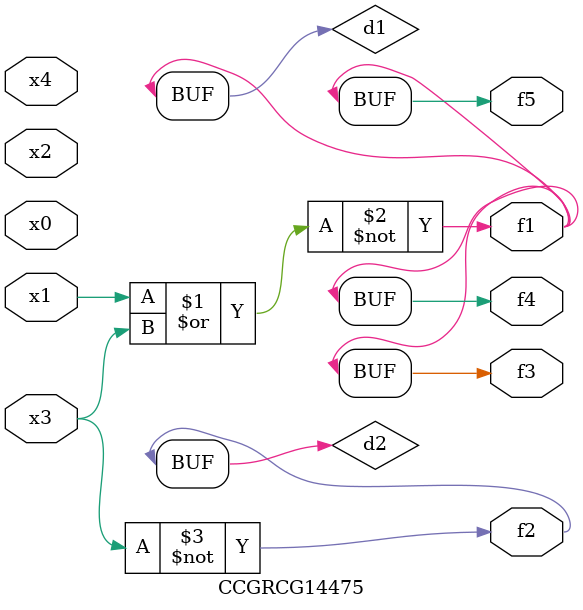
<source format=v>
module CCGRCG14475(
	input x0, x1, x2, x3, x4,
	output f1, f2, f3, f4, f5
);

	wire d1, d2;

	nor (d1, x1, x3);
	not (d2, x3);
	assign f1 = d1;
	assign f2 = d2;
	assign f3 = d1;
	assign f4 = d1;
	assign f5 = d1;
endmodule

</source>
